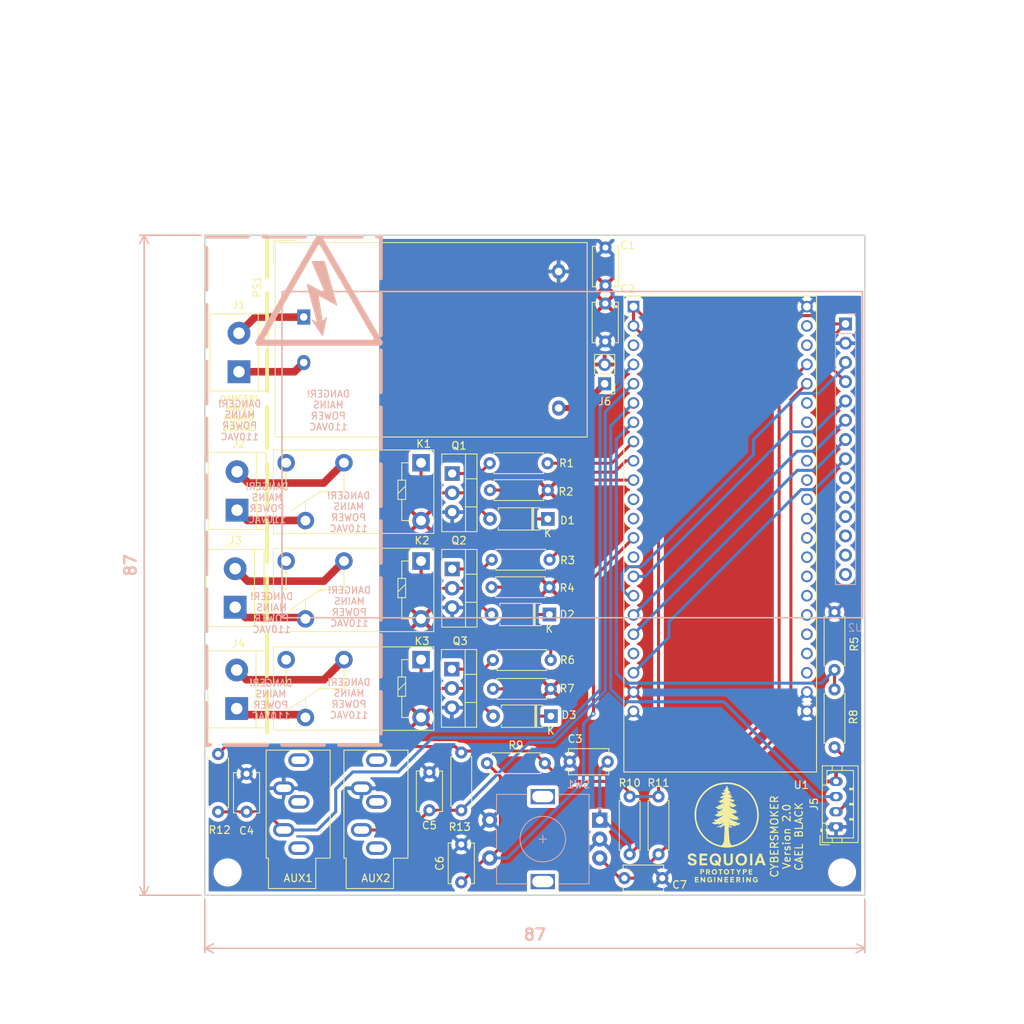
<source format=kicad_pcb>
(kicad_pcb (version 20241229) (generator "pcbnew") (generator_version "9.0")
  (layers (0 "F.Cu" signal) (2 "B.Cu" signal) (13 "F.Paste" user) (15 "B.Paste" user) (5 "F.SilkS" user "F.Silkscreen") (7 "B.SilkS" user "B.Silkscreen") (1 "F.Mask" user) (3 "B.Mask" user) (25 "Edge.Cuts" user))
  (net 0 "")
  (net 1 "GND")
  (net 4 "/adc_meat")
  (net 6 "/adc_ambient")
  (net 10 "+5V")
  (net 11 "/rot_encoder_A")
  (net 12 "/rot_encoder_B")
  (net 13 "/rot_encoder_SW")
  (net 14 "Net-(D3-A)")
  (net 15 "Net-(D1-A)")
  (net 16 "Net-(D2-A)")
  (net 17 "/TRIG")
  (net 18 "Net-(J5-Pin_2)")
  (net 20 "Net-(D1-K)")
  (net 22 "Net-(D2-K)")
  (net 24 "Net-(D3-K)")
  (net 25 "Net-(Q1-G)")
  (net 26 "Net-(Q2-G)")
  (net 27 "Net-(Q3-G)")
  (net 28 "/relay_ctrl_1")
  (net 29 "/relay_ctrl_2")
  (net 30 "/relay_ctrl_3")
  (net 31 "+3.3V")
  (net 32 "/ECHO")
  (net 37 "/LCD_SCK")
  (net 38 "/LCD_CS")
  (net 48 "/LCD_BACKLIGHT")
  (net 49 "/LCD_DC")
  (net 55 "/LCD_MOSI")
  (net 66 "/HV_R1_L")
  (net 67 "/HV_R1_N")
  (net 68 "/HV_R2_L")
  (net 69 "/HV_R2_N")
  (net 70 "/HV_R3_N")
  (net 71 "/HV_R3_L")
  (net 72 "/HV_N")
  (net 73 "/HV_L")
  (net 74 "Net-(J6-Pin_1)")
  (footprint "Capacitor_THT:C_Disc_D5.1mm_W3.2mm_P5.00mm" (layer "F.Cu") (at 109.1 131.4 180)
    (property "Reference" "C3" (at 4.3 3 0) (layer "F.SilkS"))
    (property "Value" "0.1uF")
    (pad "1" thru_hole circle (at 0 0 180) (size 1.6 1.6) (drill 0.8) (layers "*.Cu" "*.Mask") (net 11 "/rot_encoder_A"))
    (pad "2" thru_hole circle (at 5 0 180) (size 1.6 1.6) (drill 0.8) (layers "*.Cu" "*.Mask") (net 1 "GND"))
  )
  (footprint "LOGOS_footprints:spe_logo_1" (layer "F.Cu") (at 124.79 140.54)
    (property "Reference" "G***" (hide yes))
    (property "Value" "LOGO" (hide yes))
  )
  (footprint "Diode_THT:D_A-405_P7.62mm_Horizontal" (layer "F.Cu") (at 101.21 99.4 180)
    (property "Reference" "D1" (at -2.59 -0.2 0) (layer "F.SilkS"))
    (property "Value" "1N4001")
    (fp_text user "K" (at 0 -1.9 0) (layer "F.SilkS"))
    (pad "1" thru_hole rect (at 0 0 180) (size 1.8 1.8) (drill 0.9) (layers "*.Cu" "*.Mask") (net 20 "Net-(D1-K)"))
    (pad "2" thru_hole oval (at 7.62 0 180) (size 1.8 1.8) (drill 0.9) (layers "*.Cu" "*.Mask") (net 15 "Net-(D1-A)"))
  )
  (footprint "TerminalBlock:TerminalBlock_bornier-2_P5.08mm" (layer "F.Cu") (at 60.5 80 90)
    (property "Reference" "J1" (at 8.8 0 180) (layer "F.SilkS"))
    (property "Value" "Screw_Terminal_01x02")
    (pad "1" thru_hole rect (at 0 0 90) (size 3 3) (drill 1.52) (layers "*.Cu" "*.Mask") (net 72 "/HV_N"))
    (pad "2" thru_hole circle (at 5.08 0 90) (size 3 3) (drill 1.52) (layers "*.Cu" "*.Mask") (net 73 "/HV_L"))
  )
  (footprint "Relay_THT:Relay_SPDT_Omron-G5Q-1" (layer "F.Cu") (at 84.5 92 180)
    (property "Reference" "K1" (at -0.34 2.5 0) (layer "F.SilkS"))
    (property "Value" "G5Q-1")
    (pad "1" thru_hole rect (at 0 0) (size 2.3 2.3) (drill 1.3) (layers "*.Cu" "*.Mask") (net 15 "Net-(D1-A)"))
    (pad "2" thru_hole circle (at 10.16 0) (size 2.3 2.3) (drill 1.3) (layers "*.Cu" "*.Mask") (net 67 "/HV_R1_N"))
    (pad "3" thru_hole circle (at 17.78 0) (size 2.3 2.3) (drill 1.3) (layers "*.Cu" "*.Mask"))
    (pad "4" thru_hole circle (at 15.24 -7.62) (size 2.3 2.3) (drill 1.3) (layers "*.Cu" "*.Mask") (net 66 "/HV_R1_L"))
    (pad "5" thru_hole circle (at 0 -7.62) (size 2.3 2.3) (drill 1.3) (layers "*.Cu" "*.Mask") (net 10 "+5V"))
  )
  (footprint "TerminalBlock:TerminalBlock_bornier-2_P5.08mm" (layer "F.Cu") (at 60 111.04 90)
    (property "Reference" "J3" (at 8.79 0 180) (layer "F.SilkS"))
    (property "Value" "Screw_Terminal_01x02")
    (pad "1" thru_hole rect (at 0 0 90) (size 3 3) (drill 1.52) (layers "*.Cu" "*.Mask") (net 68 "/HV_R2_L"))
    (pad "2" thru_hole circle (at 5.08 0 90) (size 3 3) (drill 1.52) (layers "*.Cu" "*.Mask") (net 69 "/HV_R2_N"))
  )
  (footprint "Package_TO_SOT_THT:TO-220-3_Vertical" (layer "F.Cu") (at 88.6 106 -90)
    (property "Reference" "Q2" (at -3.75 -0.9 180) (layer "F.SilkS"))
    (property "Value" "IRF540N")
    (pad "1" thru_hole rect (at 0 0 270) (size 1.905 2) (drill 1.1) (layers "*.Cu" "*.Mask") (net 26 "Net-(Q2-G)"))
    (pad "2" thru_hole oval (at 2.54 0 270) (size 1.905 2) (drill 1.1) (layers "*.Cu" "*.Mask") (net 16 "Net-(D2-A)"))
    (pad "3" thru_hole oval (at 5.08 0 270) (size 1.905 2) (drill 1.1) (layers "*.Cu" "*.Mask") (net 1 "GND"))
  )
  (footprint "Relay_THT:Relay_SPDT_Omron-G5Q-1" (layer "F.Cu") (at 84.5 104.95 180)
    (property "Reference" "K2" (at -0.125 2.7 0) (layer "F.SilkS"))
    (property "Value" "G5Q-1")
    (pad "1" thru_hole rect (at 0 0) (size 2.3 2.3) (drill 1.3) (layers "*.Cu" "*.Mask") (net 16 "Net-(D2-A)"))
    (pad "2" thru_hole circle (at 10.16 0) (size 2.3 2.3) (drill 1.3) (layers "*.Cu" "*.Mask") (net 69 "/HV_R2_N"))
    (pad "3" thru_hole circle (at 17.78 0) (size 2.3 2.3) (drill 1.3) (layers "*.Cu" "*.Mask"))
    (pad "4" thru_hole circle (at 15.24 -7.62) (size 2.3 2.3) (drill 1.3) (layers "*.Cu" "*.Mask") (net 68 "/HV_R2_L"))
    (pad "5" thru_hole circle (at 0 -7.62) (size 2.3 2.3) (drill 1.3) (layers "*.Cu" "*.Mask") (net 10 "+5V"))
  )
  (footprint "Connector_Audio:Jack_3.5mm_CUI_SJ1-3535NG_Horizontal" (layer "F.Cu") (at 68.4 142.8 180)
    (property "Reference" "AUX1" (at 0.1 -3.95 0) (layer "F.SilkS"))
    (property "Value" "~")
    (pad "R" thru_hole oval (at 2 7.9 180) (size 2.8 1.8) (drill oval 2 1) (layers "*.Cu" "*.Mask") (net 1 "GND"))
    (pad "RN" thru_hole oval (at 0 6.1 180) (size 2.8 1.8) (drill oval 2 1) (layers "*.Cu" "*.Mask"))
    (pad "S" thru_hole oval (at 0 0 180) (size 2.8 1.8) (drill oval 2 1) (layers "*.Cu" "*.Mask"))
    (pad "T" thru_hole oval (at 2 2.4 180) (size 2.8 1.8) (drill oval 2 1) (layers "*.Cu" "*.Mask") (net 6 "/adc_ambient"))
    (pad "TN" thru_hole oval (at 0 11.6 180) (size 2.8 1.8) (drill oval 2 1) (layers "*.Cu" "*.Mask"))
  )
  (footprint "Resistor_THT:R_Axial_DIN0207_L6.3mm_D2.5mm_P7.62mm_Horizontal" (layer "F.Cu") (at 89.8 137.81 90)
    (property "Reference" "R13" (at -2.19 -0.2 180) (layer "F.SilkS"))
    (property "Value" "1.5k")
    (pad "1" thru_hole circle (at 0 0 90) (size 1.6 1.6) (drill 0.8) (layers "*.Cu" "*.Mask") (net 4 "/adc_meat"))
    (pad "2" thru_hole oval (at 7.62 0 90) (size 1.6 1.6) (drill 0.8) (layers "*.Cu" "*.Mask") (net 31 "+3.3V"))
  )
  (footprint "TerminalBlock:TerminalBlock_bornier-2_P5.08mm" (layer "F.Cu") (at 60.2 124.4 90)
    (property "Reference" "J4" (at 8.54 0.25 180) (layer "F.SilkS"))
    (property "Value" "Screw_Terminal_01x02")
    (pad "1" thru_hole rect (at 0 0 90) (size 3 3) (drill 1.52) (layers "*.Cu" "*.Mask") (net 71 "/HV_R3_L"))
    (pad "2" thru_hole circle (at 5.08 0 90) (size 3 3) (drill 1.52) (layers "*.Cu" "*.Mask") (net 70 "/HV_R3_N"))
  )
  (footprint "Resistor_THT:R_Axial_DIN0207_L6.3mm_D2.5mm_P7.62mm_Horizontal" (layer "F.Cu") (at 101.44 104.78 180)
    (property "Reference" "R3" (at -2.38 -0.08 0) (layer "F.SilkS"))
    (property "Value" "330")
    (pad "1" thru_hole circle (at 0 0 180) (size 1.6 1.6) (drill 0.8) (layers "*.Cu" "*.Mask") (net 29 "/relay_ctrl_2"))
    (pad "2" thru_hole oval (at 7.62 0 180) (size 1.6 1.6) (drill 0.8) (layers "*.Cu" "*.Mask") (net 26 "Net-(Q2-G)"))
  )
  (footprint "Package_TO_SOT_THT:TO-220-3_Vertical" (layer "F.Cu") (at 88.6 93.42 -90)
    (property "Reference" "Q1" (at -3.67 -0.9 180) (layer "F.SilkS"))
    (property "Value" "IRF540N")
    (pad "1" thru_hole rect (at 0 0 270) (size 1.905 2) (drill 1.1) (layers "*.Cu" "*.Mask") (net 25 "Net-(Q1-G)"))
    (pad "2" thru_hole oval (at 2.54 0 270) (size 1.905 2) (drill 1.1) (layers "*.Cu" "*.Mask") (net 15 "Net-(D1-A)"))
    (pad "3" thru_hole oval (at 5.08 0 270) (size 1.905 2) (drill 1.1) (layers "*.Cu" "*.Mask") (net 1 "GND"))
  )
  (footprint "Resistor_THT:R_Axial_DIN0207_L6.3mm_D2.5mm_P7.62mm_Horizontal" (layer "F.Cu") (at 112 135.99 -90)
    (property "Reference" "R10" (at -1.79 0 180) (layer "F.SilkS"))
    (property "Value" "10k")
    (pad "1" thru_hole circle (at 0 0 270) (size 1.6 1.6) (drill 0.8) (layers "*.Cu" "*.Mask") (net 31 "+3.3V"))
    (pad "2" thru_hole oval (at 7.62 0 270) (size 1.6 1.6) (drill 0.8) (layers "*.Cu" "*.Mask") (net 11 "/rot_encoder_A"))
  )
  (footprint "Resistor_THT:R_Axial_DIN0207_L6.3mm_D2.5mm_P7.62mm_Horizontal" (layer "F.Cu") (at 101.41 108.4 180)
    (property "Reference" "R4" (at -2.34 -0.1 0) (layer "F.SilkS"))
    (property "Value" "10k")
    (pad "1" thru_hole circle (at 0 0 180) (size 1.6 1.6) (drill 0.8) (layers "*.Cu" "*.Mask") (net 10 "+5V"))
    (pad "2" thru_hole oval (at 7.62 0 180) (size 1.6 1.6) (drill 0.8) (layers "*.Cu" "*.Mask") (net 22 "Net-(D2-K)"))
  )
  (footprint "MountingHole:MountingHole_3.2mm_M3_DIN965" (layer "F.Cu") (at 59 146)
    (property "Reference" "REF**" (hide yes))
    (property "Value" "MountingHole_3.2mm_M3_DIN965" (hide yes))
    (pad "" np_thru_hole circle (at 0 0) (size 3.2 3.2) (drill 3.2) (layers "*.Cu" "*.Mask"))
  )
  (footprint "MountingHole:MountingHole_3.2mm_M3_DIN965" (layer "F.Cu") (at 59 65)
    (property "Reference" "REF**" (hide yes))
    (property "Value" "MountingHole_3.2mm_M3_DIN965" (hide yes))
    (pad "" np_thru_hole circle (at 0 0) (size 3.2 3.2) (drill 3.2) (layers "*.Cu" "*.Mask"))
  )
  (footprint "Connector_PinHeader_2.54mm:PinHeader_1x02_P2.54mm_Vertical" (layer "F.Cu") (at 108.7 81.585 180)
    (property "Reference" "J6" (at 0 -2.33 0) (layer "F.SilkS"))
    (property "Value" "Conn_01x02_Socket")
    (pad "1" thru_hole rect (at 0 0 180) (size 1.7 1.7) (drill 1) (layers "*.Cu" "*.Mask") (net 74 "Net-(J6-Pin_1)"))
    (pad "2" thru_hole oval (at 0 2.54 180) (size 1.7 1.7) (drill 1) (layers "*.Cu" "*.Mask") (net 10 "+5V"))
  )
  (footprint "Capacitor_THT:C_Disc_D5.1mm_W3.2mm_P5.00mm" (layer "F.Cu") (at 61.5 138 90)
    (property "Reference" "C4" (at -2.5 0 180) (layer "F.SilkS"))
    (property "Value" "0.1uF")
    (pad "1" thru_hole circle (at 0 0 90) (size 1.6 1.6) (drill 0.8) (layers "*.Cu" "*.Mask") (net 6 "/adc_ambient"))
    (pad "2" thru_hole circle (at 5 0 90) (size 1.6 1.6) (drill 0.8) (layers "*.Cu" "*.Mask") (net 1 "GND"))
  )
  (footprint "Package_TO_SOT_THT:TO-220-3_Vertical" (layer "F.Cu") (at 88.555 119.2 -90)
    (property "Reference" "Q3" (at -3.7 -1.1 180) (layer "F.SilkS"))
    (property "Value" "IRF540N")
    (pad "1" thru_hole rect (at 0 0 270) (size 1.905 2) (drill 1.1) (layers "*.Cu" "*.Mask") (net 27 "Net-(Q3-G)"))
    (pad "2" thru_hole oval (at 2.54 0 270) (size 1.905 2) (drill 1.1) (layers "*.Cu" "*.Mask") (net 14 "Net-(D3-A)"))
    (pad "3" thru_hole oval (at 5.08 0 270) (size 1.905 2) (drill 1.1) (layers "*.Cu" "*.Mask") (net 1 "GND"))
  )
  (footprint "Resistor_THT:R_Axial_DIN0207_L6.3mm_D2.5mm_P7.62mm_Horizontal" (layer "F.Cu") (at 93.19 131.6)
    (property "Reference" "R9" (at 3.81 -2.37 0) (layer "F.SilkS"))
    (property "Value" "10k")
    (pad "1" thru_hole circle (at 0 0) (size 1.6 1.6) (drill 0.8) (layers "*.Cu" "*.Mask") (net 13 "/rot_encoder_SW"))
    (pad "2" thru_hole oval (at 7.62 0) (size 1.6 1.6) (drill 0.8) (layers "*.Cu" "*.Mask") (net 31 "+3.3V"))
  )
  (footprint "Connector_Audio:Jack_3.5mm_CUI_SJ1-3535NG_Horizontal" (layer "F.Cu") (at 78.65 142.8 180)
    (property "Reference" "AUX2" (at 0.1 -3.95 0) (layer "F.SilkS"))
    (property "Value" "~")
    (pad "R" thru_hole oval (at 2 7.9 180) (size 2.8 1.8) (drill oval 2 1) (layers "*.Cu" "*.Mask") (net 1 "GND"))
    (pad "RN" thru_hole oval (at 0 6.1 180) (size 2.8 1.8) (drill oval 2 1) (layers "*.Cu" "*.Mask"))
    (pad "S" thru_hole oval (at 0 0 180) (size 2.8 1.8) (drill oval 2 1) (layers "*.Cu" "*.Mask"))
    (pad "T" thru_hole oval (at 2 2.4 180) (size 2.8 1.8) (drill oval 2 1) (layers "*.Cu" "*.Mask") (net 4 "/adc_meat"))
    (pad "TN" thru_hole oval (at 0 11.6 180) (size 2.8 1.8) (drill oval 2 1) (layers "*.Cu" "*.Mask"))
  )
  (footprint "TerminalBlock:TerminalBlock_bornier-2_P5.08mm" (layer "F.Cu") (at 60.25 98.25 90)
    (property "Reference" "J2" (at 8.75 0.25 180) (layer "F.SilkS"))
    (property "Value" "Screw_Terminal_01x02")
    (pad "1" thru_hole rect (at 0 0 90) (size 3 3) (drill 1.52) (layers "*.Cu" "*.Mask") (net 66 "/HV_R1_L"))
    (pad "2" thru_hole circle (at 5.08 0 90) (size 3 3) (drill 1.52) (layers "*.Cu" "*.Mask") (net 67 "/HV_R1_N"))
  )
  (footprint "Capacitor_THT:C_Disc_D5.1mm_W3.2mm_P5.00mm" (layer "F.Cu") (at 111.3 146.75)
    (property "Reference" "C7" (at 7.275 0.875 0) (layer "F.SilkS"))
    (property "Value" "0.1uF")
    (pad "1" thru_hole circle (at 0 0) (size 1.6 1.6) (drill 0.8) (layers "*.Cu" "*.Mask") (net 12 "/rot_encoder_B"))
    (pad "2" thru_hole circle (at 5 0) (size 1.6 1.6) (drill 0.8) (layers "*.Cu" "*.Mask") (net 1 "GND"))
  )
  (footprint "Resistor_THT:R_Axial_DIN0207_L6.3mm_D2.5mm_P7.62mm_Horizontal" (layer "F.Cu") (at 139 111.69 -90)
    (property "Reference" "R5" (at 4.21 -2.6 90) (layer "F.SilkS"))
    (property "Value" "2k")
    (pad "1" thru_hole circle (at 0 0 270) (size 1.6 1.6) (drill 0.8) (layers "*.Cu" "*.Mask") (net 1 "GND"))
    (pad "2" thru_hole oval (at 7.62 0 270) (size 1.6 1.6) (drill 0.8) (layers "*.Cu" "*.Mask") (net 32 "/ECHO"))
  )
  (footprint "Capacitor_THT:C_Disc_D5.1mm_W3.2mm_P5.00mm" (layer "F.Cu") (at 89.8 147.3 90)
    (property "Reference" "C6" (at 2.5 -2.85 90) (layer "F.SilkS"))
    (property "Value" "0.1uF")
    (pad "1" thru_hole circle (at 0 0 90) (size 1.6 1.6) (drill 0.8) (layers "*.Cu" "*.Mask") (net 13 "/rot_encoder_SW"))
    (pad "2" thru_hole circle (at 5 0 90) (size 1.6 1.6) (drill 0.8) (layers "*.Cu" "*.Mask") (net 1 "GND"))
  )
  (footprint "Capacitor_THT:C_Disc_D5.1mm_W3.2mm_P5.00mm" (layer "F.Cu") (at 108.78 71.01 -90)
    (property "Reference" "C2" (at -1.92 -2.96 180) (layer "F.SilkS"))
    (property "Value" "10uF")
    (pad "1" thru_hole circle (at 0 0 270) (size 1.6 1.6) (drill 0.8) (layers "*.Cu" "*.Mask") (net 10 "+5V"))
    (pad "2" thru_hole circle (at 5 0 270) (size 1.6 1.6) (drill 0.8) (layers "*.Cu" "*.Mask") (net 1 "GND"))
  )
  (footprint "Resistor_THT:R_Axial_DIN0207_L6.3mm_D2.5mm_P7.62mm_Horizontal" (layer "F.Cu") (at 101.17 92.06 180)
    (property "Reference" "R1" (at -2.51 0 0) (layer "F.SilkS"))
    (property "Value" "330")
    (pad "1" thru_hole circle (at 0 0 180) (size 1.6 1.6) (drill 0.8) (layers "*.Cu" "*.Mask") (net 28 "/relay_ctrl_1"))
    (pad "2" thru_hole oval (at 7.62 0 180) (size 1.6 1.6) (drill 0.8) (layers "*.Cu" "*.Mask") (net 25 "Net-(Q1-G)"))
  )
  (footprint "Diode_THT:D_A-405_P7.62mm_Horizontal" (layer "F.Cu") (at 101.61 125.4 180)
    (property "Reference" "D3" (at -2.39 0.15 0) (layer "F.SilkS"))
    (property "Value" "1N4001")
    (fp_text user "K" (at 0 -1.9 0) (layer "F.SilkS"))
    (pad "1" thru_hole rect (at 0 0 180) (size 1.8 1.8) (drill 0.9) (layers "*.Cu" "*.Mask") (net 24 "Net-(D3-K)"))
    (pad "2" thru_hole oval (at 7.62 0 180) (size 1.8 1.8) (drill 0.9) (layers "*.Cu" "*.Mask") (net 14 "Net-(D3-A)"))
  )
  (footprint "MountingHole:MountingHole_3.2mm_M3_DIN965" (layer "F.Cu") (at 140 146)
    (property "Reference" "REF**" (hide yes))
    (property "Value" "MountingHole_3.2mm_M3_DIN965" (hide yes))
    (pad "" np_thru_hole circle (at 0 0) (size 3.2 3.2) (drill 3.2) (layers "*.Cu" "*.Mask"))
  )
  (footprint "Relay_THT:Relay_SPDT_Omron-G5Q-1" (layer "F.Cu") (at 84.5 117.95 180)
    (property "Reference" "K3" (at -0.125 2.45 0) (layer "F.SilkS"))
    (property "Value" "G5Q-1")
    (pad "1" thru_hole rect (at 0 0) (size 2.3 2.3) (drill 1.3) (layers "*.Cu" "*.Mask") (net 14 "Net-(D3-A)"))
    (pad "2" thru_hole circle (at 10.16 0) (size 2.3 2.3) (drill 1.3) (layers "*.Cu" "*.Mask") (net 70 "/HV_R3_N"))
    (pad "3" thru_hole circle (at 17.78 0) (size 2.3 2.3) (drill 1.3) (layers "*.Cu" "*.Mask"))
    (pad "4" thru_hole circle (at 15.24 -7.62) (size 2.3 2.3) (drill 1.3) (layers "*.Cu" "*.Mask") (net 71 "/HV_R3_L"))
    (pad "5" thru_hole circle (at 0 -7.62) (size 2.3 2.3) (drill 1.3) (layers "*.Cu" "*.Mask") (net 10 "+5V"))
  )
  (footprint "Resistor_THT:R_Axial_DIN0207_L6.3mm_D2.5mm_P7.62mm_Horizontal" (layer "F.Cu") (at 115.8 135.99 -90)
    (property "Reference" "R11" (at -1.79 0 180) (layer "F.SilkS"))
    (property "Value" "10k")
    (pad "1" thru_hole circle (at 0 0 270) (size 1.6 1.6) (drill 0.8) (layers "*.Cu" "*.Mask") (net 31 "+3.3V"))
    (pad "2" thru_hole oval (at 7.62 0 270) (size 1.6 1.6) (drill 0.8) (layers "*.Cu" "*.Mask") (net 12 "/rot_encoder_B"))
  )
  (footprint "Converter_ACDC:Converter_ACDC_Hi-Link_HLK-5Mxx" (layer "F.Cu") (at 69.0375 72.7875)
    (property "Reference" "PS1" (at -6.1375 -3.9875 90) (layer "F.SilkS"))
    (property "Value" "HLK-5M05")
    (pad "1" thru_hole rect (at 0 0) (size 1.7 2) (drill 1) (layers "*.Cu" "*.Mask") (net 73 "/HV_L"))
    (pad "2" thru_hole oval (at 0 6) (size 1.7 2) (drill 1) (layers "*.Cu" "*.Mask") (net 72 "/HV_N"))
    (pad "3" thru_hole oval (at 33.6 -6) (size 1.7 2) (drill 1) (layers "*.Cu" "*.Mask") (net 1 "GND"))
    (pad "4" thru_hole oval (at 33.6 12) (size 1.7 2) (drill 1) (layers "*.Cu" "*.Mask") (net 74 "Net-(J6-Pin_1)"))
  )
  (footprint "MountingHole:MountingHole_3.2mm_M3_DIN965" (layer "F.Cu") (at 140 65)
    (property "Reference" "REF**" (hide yes))
    (property "Value" "MountingHole_3.2mm_M3_DIN965" (hide yes))
    (pad "" np_thru_hole circle (at 0 0) (size 3.2 3.2) (drill 3.2) (layers "*.Cu" "*.Mask"))
  )
  (footprint "Resistor_THT:R_Axial_DIN0207_L6.3mm_D2.5mm_P7.62mm_Horizontal" (layer "F.Cu") (at 101.21 95.6 180)
    (property "Reference" "R2" (at -2.39 -0.2 0) (layer "F.SilkS"))
    (property "Value" "10k")
    (pad "1" thru_hole circle (at 0 0 180) (size 1.6 1.6) (drill 0.8) (layers "*.Cu" "*.Mask") (net 10 "+5V"))
    (pad "2" thru_hole oval (at 7.62 0 180) (size 1.6 1.6) (drill 0.8) (layers "*.Cu" "*.Mask") (net 20 "Net-(D1-K)"))
  )
  (footprint "Capacitor_THT:C_Disc_D5.1mm_W3.2mm_P5.00mm" (layer "F.Cu") (at 85.6 137.8 90)
    (property "Reference" "C5" (at -2 0 180) (layer "F.SilkS"))
    (property "Value" "0.1uF")
    (pad "1" thru_hole circle (at 0 0 90) (size 1.6 1.6) (drill 0.8) (layers "*.Cu" "*.Mask") (net 4 "/adc_meat"))
    (pad "2" thru_hole circle (at 5 0 90) (size 1.6 1.6) (drill 0.8) (layers "*.Cu" "*.Mask") (net 1 "GND"))
  )
  (footprint "Connector_JST:JST_PH_B4B-PH-K_1x04_P2.00mm_Vertical" (layer "F.Cu") (at 139.2 140 90)
    (property "Reference" "J5" (at 3 -2.9 90) (layer "F.SilkS"))
    (property "Value" "Conn_01x04_Pin")
    (pad "1" thru_hole roundrect (at 0 0 90) (size 1.2 1.75) (drill 0.75) (layers "*.Cu" "*.Mask") (roundrect_rratio 0.208333) (net 1 "GND"))
    (pad "2" thru_hole oval (at 2 0 90) (size 1.2 1.75) (drill 0.75) (layers "*.Cu" "*.Mask") (net 18 "Net-(J5-Pin_2)"))
    (pad "3" thru_hole oval (at 4 0 90) (size 1.2 1.75) (drill 0.75) (layers "*.Cu" "*.Mask") (net 17 "/TRIG"))
    (pad "4" thru_hole oval (at 6 0 90) (size 1.2 1.75) (drill 0.75) (layers "*.Cu" "*.Mask") (net 10 "+5V"))
  )
  (footprint "Diode_THT:D_A-405_P7.62mm_Horizontal" (layer "F.Cu") (at 101.41 112 180)
    (property "Reference" "D2" (at -2.34 0 0) (layer "F.SilkS"))
    (property "Value" "1N4001")
    (fp_text user "K" (at 0 -1.9 0) (layer "F.SilkS"))
    (pad "1" thru_hole rect (at 0 0 180) (size 1.8 1.8) (drill 0.9) (layers "*.Cu" "*.Mask") (net 22 "Net-(D2-K)"))
    (pad "2" thru_hole oval (at 7.62 0 180) (size 1.8 1.8) (drill 0.9) (layers "*.Cu" "*.Mask") (net 16 "Net-(D2-A)"))
  )
  (footprint "Resistor_THT:R_Axial_DIN0207_L6.3mm_D2.5mm_P7.62mm_Horizontal" (layer "F.Cu") (at 57.75 138.01 90)
    (property "Reference" "R12" (at -2.39 0.2 180) (layer "F.SilkS"))
    (property "Value" "1.5k")
    (pad "1" thru_hole circle (at 0 0 90) (size 1.6 1.6) (drill 0.8) (layers "*.Cu" "*.Mask") (net 6 "/adc_ambient"))
    (pad "2" thru_hole oval (at 7.62 0 90) (size 1.6 1.6) (drill 0.8) (layers "*.Cu" "*.Mask") (net 31 "+3.3V"))
  )
  (footprint "Capacitor_THT:C_Disc_D5.1mm_W3.2mm_P5.00mm" (layer "F.Cu") (at 108.81 68.63 90)
    (property "Reference" "C1" (at 5.3 2.93 180) (layer "F.SilkS"))
    (property "Value" "0.1uF")
    (pad "1" thru_hole circle (at -2.38 -0.03 270) (size 1.6 1.6) (drill 0.8) (layers "*.Cu" "*.Mask") (net 10 "+5V"))
    (pad "1" thru_hole circle (at 0 0 90) (size 1.6 1.6) (drill 0.8) (layers "*.Cu" "*.Mask") (net 10 "+5V"))
    (pad "2" thru_hole circle (at 5 0 90) (size 1.6 1.6) (drill 0.8) (layers "*.Cu" "*.Mask") (net 1 "GND"))
  )
  (footprint "Resistor_THT:R_Axial_DIN0207_L6.3mm_D2.5mm_P7.62mm_Horizontal" (layer "F.Cu") (at 101.59 118 180)
    (property "Reference" "R6" (at -2.21 0 0) (layer "F.SilkS"))
    (property "Value" "330")
    (pad "1" thru_hole circle (at 0 0 180) (size 1.6 1.6) (drill 0.8) (layers "*.Cu" "*.Mask") (net 30 "/relay_ctrl_3"))
    (pad "2" thru_hole oval (at 7.62 0 180) (size 1.6 1.6) (drill 0.8) (layers "*.Cu" "*.Mask") (net 27 "Net-(Q3-G)"))
  )
  (footprint "Resistor_THT:R_Axial_DIN0207_L6.3mm_D2.5mm_P7.62mm_Horizontal" (layer "F.Cu") (at 101.6 121.8 180)
    (property "Reference" "R7" (at -2.15 0.05 0) (layer "F.SilkS"))
    (property "Value" "10k")
    (pad "1" thru_hole circle (at 0 0 180) (size 1.6 1.6) (drill 0.8) (layers "*.Cu" "*.Mask") (net 10 "+5V"))
    (pad "2" thru_hole oval (at 7.62 0 180) (size 1.6 1.6) (drill 0.8) (layers "*.Cu" "*.Mask") (net 24 "Net-(D3-K)"))
  )
  (footprint "Resistor_THT:R_Axial_DIN0207_L6.3mm_D2.5mm_P7.62mm_Horizontal" (layer "F.Cu") (at 139 129.5 90)
    (property "Reference" "R8" (at 4 2.5 90) (layer "F.SilkS"))
    (property "Value" "1k")
    (pad "1" thru_hole circle (at 0 0 90) (size 1.6 1.6) (drill 0.8) (layers "*.Cu" "*.Mask") (net 18 "Net-(J5-Pin_2)"))
    (pad "2" thru_hole oval (at 7.62 0 90) (size 1.6 1.6) (drill 0.8) (layers "*.Cu" "*.Mask") (net 32 "/ECHO"))
  )
  (footprint "CyberSmokerV2_lib_footprints:XCVR_ESP32-S3-DEVKITC-1-N8R2" (layer "F.Cu") (at 123.93 101.39)
    (property "Reference" "U1" (at 10.695 33.085 0) (layer "F.SilkS"))
    (property "Value" "ESP32-S3-DEVKITC-1-N8R2")
    (pad "J1_1" thru_hole rect (at -11.43 -29.97) (size 1.53 1.53) (drill 1.02) (layers "*.Cu" "*.Mask") (net 31 "+3.3V"))
    (pad "J1_2" thru_hole circle (at -11.43 -27.43) (size 1.53 1.53) (drill 1.02) (layers "*.Cu" "*.Mask") (net 31 "+3.3V"))
    (pad "J1_3" thru_hole circle (at -11.43 -24.89) (size 1.53 1.53) (drill 1.02) (layers "*.Cu" "*.Mask"))
    (pad "J1_4" thru_hole circle (at -11.43 -22.35) (size 1.53 1.53) (drill 1.02) (layers "*.Cu" "*.Mask") (net 6 "/adc_ambient"))
    (pad "J1_5" thru_hole circle (at -11.43 -19.81) (size 1.53 1.53) (drill 1.02) (layers "*.Cu" "*.Mask") (net 4 "/adc_meat"))
    (pad "J1_6" thru_hole circle (at -11.43 -17.27) (size 1.53 1.53) (drill 1.02) (layers "*.Cu" "*.Mask") (net 17 "/TRIG"))
    (pad "J1_7" thru_hole circle (at -11.43 -14.73) (size 1.53 1.53) (drill 1.02) (layers "*.Cu" "*.Mask") (net 32 "/ECHO"))
    (pad "J1_8" thru_hole circle (at -11.43 -12.19) (size 1.53 1.53) (drill 1.02) (layers "*.Cu" "*.Mask") (net 28 "/relay_ctrl_1"))
    (pad "J1_9" thru_hole circle (at -11.43 -9.65) (size 1.53 1.53) (drill 1.02) (layers "*.Cu" "*.Mask") (net 29 "/relay_ctrl_2"))
    (pad "J1_10" thru_hole circle (at -11.43 -7.11) (size 1.53 1.53) (drill 1.02) (layers "*.Cu" "*.Mask") (net 30 "/relay_ctrl_3"))
    (pad "J1_11" thru_hole circle (at -11.43 -4.57) (size 1.53 1.53) (drill 1.02) (layers "*.Cu" "*.Mask"))
    (pad "J1_12" thru_hole circle (at -11.43 -2.03) (size 1.53 1.53) (drill 1.02) (layers "*.Cu" "*.Mask"))
    (pad "J1_13" thru_hole circle (at -11.43 0.51) (size 1.53 1.53) (drill 1.02) (layers "*.Cu" "*.Mask") (net 13 "/rot_encoder_SW"))
    (pad "J1_14" thru_hole circle (at -11.43 3.05) (size 1.53 1.53) (drill 1.02) (layers "*.Cu" "*.Mask"))
    (pad "J1_15" thru_hole circle (at -11.43 5.59) (size 1.53 1.53) (drill 1.02) (layers "*.Cu" "*.Mask") (net 49 "/LCD_DC"))
    (pad "J1_16" thru_hole circle (at -11.43 8.13) (size 1.53 1.53) (drill 1.02) (layers "*.Cu" "*.Mask") (net 38 "/LCD_CS"))
    (pad "J1_17" thru_hole circle (at -11.43 10.67) (size 1.53 1.53) (drill 1.02) (layers "*.Cu" "*.Mask") (net 55 "/LCD_MOSI"))
    (pad "J1_18" thru_hole circle (at -11.43 13.21) (size 1.53 1.53) (drill 1.02) (layers "*.Cu" "*.Mask") (net 37 "/LCD_SCK"))
    (pad "J1_19" thru_hole circle (at -11.43 15.75) (size 1.53 1.53) (drill 1.02) (layers "*.Cu" "*.Mask"))
    (pad "J1_20" thru_hole circle (at -11.43 18.29) (size 1.53 1.53) (drill 1.02) (layers "*.Cu" "*.Mask") (net 48 "/LCD_BACKLIGHT"))
    (pad "J1_21" thru_hole circle (at -11.43 20.83) (size 1.53 1.53) (drill 1.02) (layers "*.Cu" "*.Mask") (net 10 "+5V"))
    (pad "J1_22" thru_hole circle (at -11.43 23.37) (size 1.53 1.53) (drill 1.02) (layers "*.Cu" "*.Mask") (net 1 "GND"))
    (pad "J3_1" thru_hole circle (at 11.43 -29.97) (size 1.53 1.53) (drill 1.02) (layers "*.Cu" "*.Mask") (net 1 "GND"))
    (pad "J3_2" thru_hole circle (at 11.43 -27.43) (size 1.53 1.53) (drill 1.02) (layers "*.Cu" "*.Mask"))
    (pad "J3_3" thru_hole circle (at 11.43 -24.89) (size 1.53 1.53) (drill 1.02) (layers "*.Cu" "*.Mask"))
    (pad "J3_4" thru_hole circle (at 11.43 -22.35) (size 1.53 1.53) (drill 1.02) (layers "*.Cu" "*.Mask") (net 11 "/rot_encoder_A"))
    (pad "J3_5" thru_hole circle (at 11.43 -19.81) (size 1.53 1.53) (drill 1.02) (layers "*.Cu" "*.Mask") (net 12 "/rot_encoder_B"))
    (pad "J3_6" thru_hole circle (at 11.43 -17.27) (size 1.53 1.53) (drill 1.02) (layers "*.Cu" "*.Mask"))
    (pad "J3_7" thru_hole circle (at 11.43 -14.73) (size 1.53 1.53) (drill 1.02) (layers "*.Cu" "*.Mask"))
    (pad "J3_8" thru_hole circle (at 11.43 -12.19) (size 1.53 1.53) (drill 1.02) (layers "*.Cu" "*.Mask"))
    (pad "J3_9" thru_hole circle (at 11.43 -9.65) (size 1.53 1.53) (drill 1.02) (layers "*.Cu" "*.Mask"))
    (pad "J3_10" thru_hole circle (at 11.43 -7.11) (size 1.53 1.53) (drill 1.02) (layers "*.Cu" "*.Mask"))
    (pad "J3_11" thru_hole circle (at 11.43 -4.57) (size 1.53 1.53) (drill 1.02) (layers "*.Cu" "*.Mask"))
    (pad "J3_12" thru_hole circle (at 11.43 -2.03) (size 1.53 1.53) (drill 1.02) (layers "*.Cu" "*.Mask"))
    (pad "J3_13" thru_hole circle (at 11.43 0.51) (size 1.53 1.53) (drill 1.02) (layers "*.Cu" "*.Mask"))
    (pad "J3_14" thru_hole circle (at 11.43 3.05) (size 1.53 1.53) (drill 1.02) (layers "*.Cu" "*.Mask"))
    (pad "J3_15" thru_hole circle (at 11.43 5.59) (size 1.53 1.53) (drill 1.02) (layers "*.Cu" "*.Mask"))
    (pad "J3_16" thru_hole circle (at 11.43 8.13) (size 1.53 1.53) (drill 1.02) (layers "*.Cu" "*.Mask"))
    (pad "J3_17" thru_hole circle (at 11.43 10.67) (size 1.53 1.53) (drill 1.02) (layers "*.Cu" "*.Mask"))
    (pad "J3_18" thru_hole circle (at 11.43 13.21) (size 1.53 1.53) (drill 1.02) (layers "*.Cu" "*.Mask"))
    (pad "J3_19" thru_hole circle (at 11.43 15.75) (size 1.53 1.53) (drill 1.02) (layers "*.Cu" "*.Mask"))
    (pad "J3_20" thru_hole circle (at 11.43 18.29) (size 1.53 1.53) (drill 1.02) (layers "*.Cu" "*.Mask"))
    (pad "J3_21" thru_hole circle (at 11.43 20.83) (size 1.53 1.53) (drill 1.02) (layers "*.Cu" "*.Mask") (net 1 "GND"))
    (pad "J3_22" thru_hole circle (at 11.43 23.37) (size 1.53 1.53) (drill 1.02) (layers "*.Cu" "*.Mask") (net 1 "GND"))
  )
  (footprint "Rotary_Encoder:RotaryEncoder_Alps_EC11E-Switch_Vertical_H20mm" (layer "B.Cu") (at 108.05 139.1 180)
    (property "Reference" "SW1" (at 2.8 4.7 0) (layer "B.SilkS") (effects (justify mirror)))
    (property "Value" "RotaryEncoder_Switch")
    (pad "A" thru_hole rect (at 0 0 180) (size 2 2) (drill 1) (layers "*.Cu" "*.Mask") (net 11 "/rot_encoder_A"))
    (pad "B" thru_hole circle (at 0 -5 180) (size 2 2) (drill 1) (layers "*.Cu" "*.Mask") (net 12 "/rot_encoder_B"))
    (pad "C" thru_hole circle (at 0 -2.5 180) (size 2 2) (drill 1) (layers "*.Cu" "*.Mask") (net 1 "GND"))
    (pad "MP" thru_hole rect (at 7.5 -8.1 180) (size 3.2 2) (drill oval 2.8 1.5) (layers "*.Cu" "*.Mask"))
    (pad "MP" thru_hole rect (at 7.5 3.1 180) (size 3.2 2) (drill oval 2.8 1.5) (layers "*.Cu" "*.Mask"))
    (pad "S1" thru_hole circle (at 14.5 -5 180) (size 2 2) (drill 1) (layers "*.Cu" "*.Mask") (net 13 "/rot_encoder_SW"))
    (pad "S2" thru_hole circle (at 14.5 0 180) (size 2 2) (drill 1) (layers "*.Cu" "*.Mask") (net 1 "GND"))
  )
  (footprint "CyberSmokerV2_lib_footprints:LCD_screen" (layer "B.Cu") (at 142.675 112.425 180)
    (property "Reference" "U2" (at 0.925 -1.325 0) (layer "B.SilkS") (effects (font (thickness 0.1)) (justify mirror)))
    (property "Value" "~")
    (pad "1" thru_hole rect (at 2.23 38.73 180) (size 1.7 1.7) (drill 1) (layers "*.Cu" "*.Mask") (net 31 "+3.3V"))
    (pad "2" thru_hole oval (at 2.23 36.19 180) (size 1.7 1.7) (drill 1) (layers "*.Cu" "*.Mask") (net 1 "GND"))
    (pad "3" thru_hole oval (at 2.23 33.65 180) (size 1.7 1.7) (drill 1) (layers "*.Cu" "*.Mask") (net 38 "/LCD_CS"))
    (pad "4" thru_hole oval (at 2.23 31.11 180) (size 1.7 1.7) (drill 1) (layers "*.Cu" "*.Mask") (net 31 "+3.3V"))
    (pad "5" thru_hole oval (at 2.23 28.57 180) (size 1.7 1.7) (drill 1) (layers "*.Cu" "*.Mask") (net 49 "/LCD_DC"))
    (pad "6" thru_hole oval (at 2.23 26.03 180) (size 1.7 1.7) (drill 1) (layers "*.Cu" "*.Mask") (net 55 "/LCD_MOSI"))
    (pad "7" thru_hole oval (at 2.23 23.49 180) (size 1.7 1.7) (drill 1) (layers "*.Cu" "*.Mask") (net 37 "/LCD_SCK"))
    (pad "8" thru_hole oval (at 2.23 20.95 180) (size 1.7 1.7) (drill 1) (layers "*.Cu" "*.Mask") (net 48 "/LCD_BACKLIGHT"))
    (pad "9" thru_hole oval (at 2.23 18.41 180) (size 1.7 1.7) (drill 1) (layers "*.Cu" "*.Mask"))
    (pad "10" thru_hole oval (at 2.23 15.87 180) (size 1.7 1.7) (drill 1) (layers "*.Cu" "*.Mask"))
    (pad "11" thru_hole oval (at 2.23 13.33 180) (size 1.7 1.7) (drill 1) (layers "*.Cu" "*.Mask"))
    (pad "12" thru_hole oval (at 2.23 10.79 180) (size 1.7 1.7) (drill 1) (layers "*.Cu" "*.Mask"))
    (pad "13" thru_hole oval (at 2.23 8.25 180) (size 1.7 1.7) (drill 1) (layers "*.Cu" "*.Mask"))
    (pad "14" thru_hole oval (at 2.23 5.71 180) (size 1.7 1.7) (drill 1) (layers "*.Cu" "*.Mask"))
  )
  (footprint "Symbol:Symbol_HighVoltage_Triangle_17x15mm_Copper" (layer "B.Cu") (at 71.05 69.25 180)
    (property "Reference" "REF**" (hide yes))
    (property "Value" "Symbol_HighVoltage_Triangle_17x15mm_Copper" (hide yes))
  )
  (gr_rect (start 56.2 62.1) (end 64.2 129.1) (stroke (width 0.5) (type dash)) (fill no) (layer "F.SilkS"))
  (gr_rect (start 56.2 62.2) (end 79.2 129.2) (stroke (width 0.5) (type dash)) (fill no) (layer "B.SilkS"))
  (gr_rect (start 56 62) (end 143 149) (stroke (width 0.2)) (fill no) (layer "Edge.Cuts"))
  (gr_text "CYBERSMOKER\nVersion 2.0\nCAEL BLACK" (at 134.89 141.26 90) (layer "F.SilkS") (effects (font (size 1 1)) (justify bottom)))
  (gr_text "DANGER!\nMAINS\nPOWER\n110VAC" (at 60.5 87.9 0) (layer "F.SilkS") (effects (font (size 0.8 0.8)) (justify bottom)))
  (gr_text "DANGER!\nMAINS\nPOWER\n110VAC" (at 75.05 113.675 0) (layer "B.SilkS") (effects (font (size 0.9 0.9)) (justify bottom mirror)))
  (gr_text "DANGER!\nMAINS\nPOWER\n110VAC" (at 72.275 87.8 0) (layer "B.SilkS") (effects (font (size 0.9 0.9)) (justify bottom mirror)))
  (gr_text "DANGER!\nMAINS\nPOWER\n110VAC" (at 64.2 100 0) (layer "B.SilkS") (effects (font (size 0.9 0.9)) (justify bottom mirror)))
  (gr_text "DANGER!\nMAINS\nPOWER\n110VAC" (at 74.95 101.2 0) (layer "B.SilkS") (effects (font (size 0.9 0.9)) (justify bottom mirror)))
  (gr_text "DANGER!\nMAINS\nPOWER\n110VAC" (at 60.6 89.1 0) (layer "B.SilkS") (effects (font (size 0.9 0.9)) (justify bottom mirror)))
  (gr_text "DANGER!\nMAINS\nPOWER\n110VAC" (at 64.8 114.5 0) (layer "B.SilkS") (effects (font (size 0.9 0.9)) (justify bottom mirror)))
  (gr_text "DANGER!\nMAINS\nPOWER\n110VAC" (at 64.7 125.9 0) (layer "B.SilkS") (effects (font (size 0.9 0.9)) (justify bottom mirror)))
  (gr_text "DANGER!\nMAINS\nPOWER\n110VAC" (at 75 125.8 0) (layer "B.SilkS") (effects (font (size 0.9 0.9)) (justify bottom mirror)))
  (dimension (type orthogonal) (layer "B.SilkS") (pts (xy 56 149) (xy 143 149)) (height 7) (orientation 0) (format (prefix "") (suffix "") (units 3) (units_format 0) (precision 4) (suppress_zeroes yes)) (style (thickness 0.2) (arrow_length 1.27) (text_position_mode 0) (arrow_direction outward) (extension_height 0.58642) (extension_offset 0.5) (keep_text_aligned yes)) (gr_text "87" (at 99.5 154.2 0) (layer "B.SilkS") (effects (font (size 1.5 1.5) (thickness 0.3)))))
  (dimension (type orthogonal) (layer "B.SilkS") (pts (xy 56 62) (xy 56 149)) (height -8) (orientation 1) (format (prefix "") (suffix "") (units 3) (units_format 0) (precision 4) (suppress_zeroes yes)) (style (thickness 0.2) (arrow_length 1.27) (text_position_mode 0) (arrow_direction outward) (extension_height 0.58642) (extension_offset 0.5) (keep_text_aligned yes)) (gr_text "87" (at 46.2 105.5 90) (layer "B.SilkS") (effects (font (size 1.5 1.5) (thickness 0.3)))))
  (segment (start 85.6 137.8) (end 86.3 137.8) (width 0.4) (layer "F.Cu") (net 4))
  (segment (start 76.65 140.4) (end 83 140.4) (width 0.4) (layer "F.Cu") (net 4))
  (segment (start 86.3 137.8) (end 86.31 137.81) (width 0.4) (layer "F.Cu") (net 4))
  (segment (start 83 140.4) (end 85.6 137.8) (width 0.4) (layer "F.Cu") (net 4))
  (segment (start 86.31 137.81) (end 89.8 137.81) (width 0.4) (layer "F.Cu") (net 4))
  (segment (start 101.998942 128.851) (end 108.78 122.069942) (width 0.4) (layer "B.Cu") (net 4))
  (segment (start 89.8 137.81) (end 98.759 128.851) (width 0.4) (layer "B.Cu") (net 4))
  (segment (start 108.78 122.069942) (end 108.78 85.3) (width 0.4) (layer "B.Cu") (net 4))
  (segment (start 108.78 85.3) (end 112.5 81.58) (width 0.4) (layer "B.Cu") (net 4))
  (segment (start 98.759 128.851) (end 101.998942 128.851) (width 0.4) (layer "B.Cu") (net 4))
  (segment (start 64 138) (end 66.4 140.4) (width 0.4) (layer "F.Cu") (net 6))
  (segment (start 57.75 138.01) (end 61.49 138.01) (width 0.4) (layer "F.Cu") (net 6))
  (segment (start 61.5 138) (end 64 138) (width 0.4) (layer "F.Cu") (net 6))
  (segment (start 61.49 138.01) (end 61.5 138) (width 0.4) (layer "F.Cu") (net 6))
  (segment (start 73.25 135) (end 75.5 132.75) (width 0.4) (layer "B.Cu") (net 6))
  (segment (start 101.75 128.25) (end 108.09 121.91) (width 0.4) (layer "B.Cu") (net 6))
  (segment (start 66.4 140.4) (end 70.85 140.4) (width 0.4) (layer "B.Cu") (net 6))
  (segment (start 86 128.25) (end 101.75 128.25) (width 0.4) (layer "B.Cu") (net 6))
  (segment (start 110.9 80.64) (end 112.5 79.04) (width 0.4) (layer "B.Cu") (net 6))
  (segment (start 108.09 84.66) (end 110.9 81.85) (width 0.4) (layer "B.Cu") (net 6))
  (segment (start 110.9 81.85) (end 110.9 80.64) (width 0.4) (layer "B.Cu") (net 6))
  (segment (start 70.85 140.4) (end 73.25 138) (width 0.4) (layer "B.Cu") (net 6))
  (segment (start 108.09 121.91) (end 108.09 84.66) (width 0.4) (layer "B.Cu") (net 6))
  (segment (start 81.5 132.75) (end 86 128.25) (width 0.4) (layer "B.Cu") (net 6))
  (segment (start 75.5 132.75) (end 81.5 132.75) (width 0.4) (layer "B.Cu") (net 6))
  (segment (start 73.25 138) (end 73.25 135) (width 0.4) (layer "B.Cu") (net 6))
  (segment (start 84.5 112.57) (end 84.93 113) (width 0.4) (layer "F.Cu") (net 10))
  (segment (start 131.7 123.91) (end 131.7 82.7) (width 0.4) (layer "F.Cu") (net 11))
  (segment (start 112 143.61) (end 131.7 123.91) (width 0.4) (layer "F.Cu") (net 11))
  (segment (start 131.7 82.7) (end 135.36 79.04) (width 0.4) (layer "F.Cu") (net 11))
  (segment (start 108.05 132.45) (end 109.1 131.4) (width 0.4) (layer "B.Cu") (net 11))
  (segment (start 108.05 139.1) (end 108.05 132.45) (width 0.4) (layer "B.Cu") (net 11))
  (segment (start 112 143.61) (end 112 142.5) (width 0.4) (layer "B.Cu") (net 11))
  (segment (start 108.6 139.1) (end 108.05 139.1) (width 0.4) (layer "B.Cu") (net 11))
  (segment (start 112 142.5) (end 108.6 139.1) (width 0.4) (layer "B.Cu") (net 11))
  (segment (start 108.05 144.1) (end 110.7 146.75) (width 0.4) (layer "F.Cu") (net 12))
  (segment (start 133.25 83.69) (end 135.36 81.58) (width 0.4) (layer "F.Cu") (net 12))
  (segment (start 115.8 143.61) (end 133.25 126.16) (width 0.4) (layer "F.Cu") (net 12))
  (segment (start 110.7 146.75) (end 111.3 146.75) (width 0.4) (layer "F.Cu") (net 12))
  (segment (start 111.3 146.75) (end 112.66 146.75) (width 0.4) (layer "F.Cu") (net 12))
  (segment (start 112.66 146.75) (end 115.8 143.61) (width 0.4) (layer "F.Cu") (net 12))
  (segment (start 133.25 126.16) (end 133.25 83.69) (width 0.4) (layer "F.Cu") (net 12))
  (segment (start 107.2125 125.0875) (end 107.225 125.075) (width 0.4) (layer "F.Cu") (net 13))
  (segment (start 94.951 133.361) (end 93.19 131.6) (width 0.4) (layer "F.Cu") (net 13))
  (segment (start 107.225 107.175) (end 112.5 101.9) (width 0.4) (layer "F.Cu") (net 13))
  (segment (start 93 144.1) (end 93.55 144.1) (width 0.4) (layer "F.Cu") (net 13))
  (segment (start 89.8 147.3) (end 93 144.1) (width 0.4) (layer "F.Cu") (net 13))
  (segment (start 94.951 142.699) (end 94.951 133.361) (width 0.4) (layer "F.Cu") (net 13))
  (segment (start 93.55 144.1) (end 94.951 142.699) (width 0.4) (layer "F.Cu") (net 13))
  (segment (start 107.225 125.075) (end 107.225 107.175) (width 0.4) (layer "F.Cu") (net 13))
  (via (at 107.2125 125.0875) (size 0.6) (drill 0.3) (layers "F.Cu" "B.Cu") (net 13))
  (segment (start 105.9 134.052) (end 95.852 144.1) (width 0.4) (layer "B.Cu") (net 13))
  (segment (start 107.2125 125.0875) (end 105.9 126.4) (width 0.4) (layer "B.Cu") (net 13))
  (segment (start 105.9 126.4) (end 105.9 134.052) (width 0.4) (layer "B.Cu") (net 13))
  (segment (start 95.852 144.1) (end 93.55 144.1) (width 0.4) (layer "B.Cu") (net 13))
  (segment (start 88.555 121.74) (end 90.33 121.74) (width 0.4) (layer "F.Cu") (net 14))
  (segment (start 84.5 117.95) (end 84.5 119.77) (width 0.4) (layer "F.Cu") (net 14))
  (segment (start 84.5 119.77) (end 86.47 121.74) (width 0.4) (layer "F.Cu") (net 14))
  (segment (start 90.33 121.74) (end 93.99 125.4) (width 0.4) (layer "F.Cu") (net 14))
  (segment (start 86.47 121.74) (end 88.555 121.74) (width 0.4) (layer "F.Cu") (net 14))
  (segment (start 90.15 95.96) (end 88.6 95.96) (width 0.4) (layer "F.Cu") (net 15))
  (segment (start 86.46 95.96) (end 88.6 95.96) (width 0.4) (layer "F.Cu") (net 15))
  (segment (start 93.59 99.4) (end 90.15 95.96) (width 0.4) (layer "F.Cu") (net 15))
  (segment (start 84.5 92) (end 84.5 94) (width 0.4) (layer "F.Cu") (net 15))
  (segment (start 84.5 94) (end 86.46 95.96) (width 0.4) (layer "F.Cu") (net 15))
  (segment (start 84.5 104.95) (end 84.5 106.58) (width 0.4) (layer "F.Cu") (net 16))
  (segment (start 84.5 106.58) (end 86.46 108.54) (width 0.4) (layer "F.Cu") (net 16))
  (segment (start 86.46 108.54) (end 88.6 108.54) (width 0.4) (layer "F.Cu") (net 16))
  (segment (start 93.79 112) (end 93.63 112) (width 0.4) (layer "F.Cu") (net 16))
  (segment (start 93.63 112) (end 90.17 108.54) (width 0.4) (layer "F.Cu") (net 16))
  (segment (start 90.17 108.54) (end 88.6 108.54) (width 0.4) (layer "F.Cu") (net 16))
  (segment (start 109.5 87.12) (end 109.5 121.85) (width 0.4) (layer "B.Cu") (net 17))
  (segment (start 109.5 121.85) (end 111.15 123.5) (width 0.4) (layer "B.Cu") (net 17))
  (segment (start 124.4 123.5) (end 136.9 136) (width 0.4) (layer "B.Cu") (net 17))
  (segment (start 112.5 84.12) (end 109.5 87.12) (width 0.4) (layer "B.Cu") (net 17))
  (segment (start 111.15 123.5) (end 124.4 123.5) (width 0.4) (layer "B.Cu") (net 17))
  (segment (start 136.9 136) (end 139.2 136) (width 0.4) (layer "B.Cu") (net 17))
  (segment (start 141 136.5) (end 141 131.5) (width 0.4) (layer "F.Cu") (net 18))
  (segment (start 139.5 138) (end 141 136.5) (width 0.4) (layer "F.Cu") (net 18))
  (segment (start 141 131.5) (end 139 129.5) (width 0.4) (layer "F.Cu") (net 18))
  (segment (start 139.2 138) (end 139.5 138) (width 0.4) (layer "F.Cu") (net 18))
  (segment (start 98.63 99.4) (end 101.21 99.4) (width 0.4) (layer "F.Cu") (net 20))
  (segment (start 94.83 95.6) (end 98.63 99.4) (width 0.4) (layer "F.Cu") (net 20))
  (segment (start 93.59 95.6) (end 94.83 95.6) (width 0.4) (layer "F.Cu") (net 20))
  (segment (start 98.73 112) (end 101.41 112) (width 0.4) (layer "F.Cu") (net 22))
  (segment (start 95.13 108.4) (end 98.73 112) (width 0.4) (layer "F.Cu") (net 22))
  (segment (start 93.79 108.4) (end 95.13 108.4) (width 0.4) (layer "F.Cu") (net 22))
  (segment (start 101.61 125.4) (end 99.17 125.4) (width 0.4) (layer "F.Cu") (net 24))
  (segment (start 99.17 125.4) (end 95.57 121.8) (width 0.4) (layer "F.Cu") (net 24))
  (segment (start 95.57 121.8) (end 93.98 121.8) (width 0.4) (layer "F.Cu") (net 24))
  (segment (start 92.19 93.42) (end 93.55 92.06) (width 0.4) (layer "F.Cu") (net 25))
  (segment (start 88.6 93.42) (end 92.19 93.42) (width 0.4) (layer "F.Cu") (net 25))
  (segment (start 88.6 106) (end 92.6 106) (width 0.4) (layer "F.Cu") (net 26))
  (segment (start 92.6 106) (end 93.82 104.78) (width 0.4) (layer "F.Cu") (net 26))
  (segment (start 92.77 119.2) (end 93.97 118) (width 0.4) (layer "F.Cu") (net 27))
  (segment (start 88.555 119.2) (end 92.77 119.2) (width 0.4) (layer "F.Cu") (net 27))
  (segment (start 109.64 92.06) (end 112.5 89.2) (width 0.4) (layer "F.Cu") (net 28))
  (segment (start 101.17 92.06) (end 109.64 92.06) (width 0.4) (layer "F.Cu") (net 28))
  (segment (start 105 93.25) (end 110 93.25) (width 0.4) (layer "F.Cu") (net 29))
  (segment (start 101.44 104.78) (end 103.07 103.15) (width 0.4) (layer "F.Cu") (net 29))
  (segment (start 103.07 103.15) (end 103.07 103.14) (width 0.4) (layer "F.Cu") (net 29))
  (segment (start 103.25 102.96) (end 103.25 95) (width 0.4) (layer "F.Cu") (net 29))
  (segment (start 110 93.25) (end 111.51 91.74) (width 0.4) (layer "F.Cu") (net 29))
  (segment (start 103.07 103.14) (end 103.25 102.96) (width 0.4) (layer "F.Cu") (net 29))
  (segment (start 111.51 91.74) (end 112.5 91.74) (width 0.4) (layer "F.Cu") (net 29))
  (segment (start 103.25 95) (end 105 93.25) (width 0.4) (layer "F.Cu") (net 29))
  (segment (start 101.59 118) (end 101.59 115.91) (width 0.4) (layer "F.Cu") (net 30))
  (segment (start 101.59 115.91) (end 104 113.5) (width 0.4) (layer "F.Cu") (net 30))
  (segment (start 104 97) (end 106.72 94.28) (width 0.4) (layer "F.Cu") (net 30))
  (segment (start 104 113.5) (end 104 97) (width 0.4) (layer "F.Cu") (net 30))
  (segment (start 106.72 94.28) (end 112.5 94.28) (width 0.4) (layer "F.Cu") (net 30))
  (segment (start 140.445 81.315) (end 138.84 79.71) (width 0.4) (layer "F.Cu") (net 31))
  (segment (start 138.84 79.71) (end 138.84 75.3) (width 0.4) (layer "F.Cu") (net 31))
  (segment (start 89.01 129.4) (end 89.8 130.19) (width 0.4) (layer "F.Cu") (net 31))
  (segment (start 137.995 73.695) (end 136.9 72.6) (width 0.4) (layer "F.Cu") (net 31))
  (segment (start 89.99 130) (end 99.21 130) (width 0.4) (layer "F.Cu") (net 31))
  (segment (start 99.21 130) (end 100.81 131.6) (width 0.4) (layer "F.Cu") (net 31))
  (segment (start 115.8 77.26) (end 115.8 135.99) (width 0.4) (layer "F.Cu") (net 31))
  (segment (start 100.81 131.6) (end 103.21 134) (width 0.4) (layer "F.Cu") (net 31))
  (segment (start 89.8 130.19) (end 89.99 130) (width 0.4) (layer "F.Cu") (net 31))
  (segment (start 57.75 130.39) (end 58.74 129.4) (width 0.4) (layer "F.Cu") (net 31))
  (segment (start 103.21 134) (end 110.505 134) (width 0.4) (layer "F.Cu") (net 31))
  (segment (start 112.5 71.42) (end 113.68 72.6) (width 0.4) (layer "F.Cu") (net 31))
  (segment (start 112 135.495) (end 112 135.99) (width 0.4) (layer "F.Cu") (net 31))
  (segment (start 140.445 73.695) (end 137.995 73.695) (width 0.4) (layer "F.Cu") (net 31))
  (segment (start 58.74 129.4) (end 89.01 129.4) (width 0.4) (layer "F.Cu") (net 31))
  (segment (start 112.5 73.96) (end 115.8 77.26) (width 0.4) (layer "F.Cu") (net 31))
  (segment (start 110.505 134) (end 112 135.495) (width 0.4) (layer "F.Cu") (net 31))
  (segment (start 113.68 72.6) (end 136.9 72.6) (width 0.4) (layer "F.Cu") (net 31))
  (segment (start 112.5 73.96) (end 112.5 71.42) (width 0.4) (layer "F.Cu") (net 31))
  (segment (start 138.84 75.3) (end 140.445 73.695) (width 0.4) (layer "F.Cu") (net 31))
  (segment (start 112 135.99) (end 115.8 135.99) (width 0.4) (layer "B.Cu") (net 31))
  (segment (start 139 121.88) (end 139 119.31) (width 0.4) (layer "F.Cu") (net 32))
  (segment (start 110.25 88.91) (end 110.25 119.75) (width 0.4) (layer "B.Cu") (net 32))
  (segment (start 111.55 121.05) (end 137.26 121.05) (width 0.4) (layer "B.Cu") (net 32))
  (segment (start 112.5 86.66) (end 110.25 88.91) (width 0.4) (layer "B.Cu") (net 32))
  (segment (start 137.26 121.05) (end 139 119.31) (width 0.4) (layer "B.Cu") (net 32))
  (segment (start 110.25 119.75) (end 111.55 121.05) (width 0.4) (layer "B.Cu") (net 32))
  (segment (start 134.1 93) (end 136.38 93) (width 0.4) (layer "B.Cu") (net 37))
  (segment (start 136.38 93) (end 140.445 88.935) (width 0.4) (layer "B.Cu") (net 37))
  (segment (start 112.5 114.6) (end 134.1 93) (width 0.4) (layer "B.Cu") (net 37))
  (segment (start 110.975 108.675) (end 110.975 106.625) (width 0.4) (layer "B.Cu") (net 38))
  (segment (start 140.445 79.305) (end 140.445 78.775) (width 0.4) (layer "B.Cu") (net 38))
  (segment (start 136.9 82.85) (end 140.445 79.305) (width 0.4) (layer "B.Cu") (net 38))
  (segment (start 113.55 105.7) (end 128.325 90.925) (width 0.4) (layer "B.Cu") (net 38))
  (segment (start 110.975 106.625) (end 111.9 105.7) (width 0.4) (layer "B.Cu") (net 38))
  (segment (start 111.9 105.7) (end 113.55 105.7) (width 0.4) (layer "B.Cu") (net 38))
  (segment (start 128.325 90.925) (end 128.325 88.925) (width 0.4) (layer "B.Cu") (net 38))
  (segment (start 134.4 82.85) (end 136.9 82.85) (width 0.4) (layer "B.Cu") (net 38))
  (segment (start 111.82 109.52) (end 110.975 108.675) (width 0.4) (layer "B.Cu") (net 38))
  (segment (start 112.5 109.52) (end 111.82 109.52) (width 0.4) (layer "B.Cu") (net 38))
  (segment (start 128.325 88.925) (end 134.4 82.85) (width 0.4) (layer "B.Cu") (net 38))
  (segment (start 136.383487 95.536513) (end 140.445 91.475) (width 0.4) (layer "B.Cu") (net 48))
  (segment (start 134.6 95.536513) (end 136.383487 95.536513) (width 0.4) (layer "B.Cu") (net 48))
  (segment (start 117.175 115.005) (end 117.175 112.961513) (width 0.4) (layer "B.Cu") (net 48))
  (segment (start 112.5 119.68) (end 117.175 115.005) (width 0.4) (layer "B.Cu") (net 48))
  (segment (start 117.175 112.961513) (end 134.6 95.536513) (width 0.4) (layer "B.Cu") (net 48))
  (segment (start 133.075 87.925) (end 136.375 87.925) (width 0.4) (layer "B.Cu") (net 49))
  (segment (start 112.5 106.98) (end 114.02 106.98) (width 0.4) (layer "B.Cu") (net 49))
  (segment (start 114.02 106.98) (end 133.075 87.925) (width 0.4) (layer "B.Cu") (net 49))
  (segment (start 136.375 87.925) (end 140.445 83.855) (width 0.4) (layer "B.Cu") (net 49))
  (segment (start 134.085 90.475) (end 136.365 90.475) (width 0.4) (layer "B.Cu") (net 55))
  (segment (start 112.5 112.06) (end 134.085 90.475) (width 0.4) (layer "B.Cu") (net 55))
  (segment (start 136.365 90.475) (end 140.445 86.395) (width 0.4) (layer "B.Cu") (net 55))
  (segment (start 60.25 98.25) (end 61.6 99.6) (width 1) (layer "F.Cu") (net 66))
  (segment (start 69.24 99.6) (end 69.26 99.62) (width 1) (layer "F.Cu") (net 66))
  (segment (start 61.6 99.6) (end 69.24 99.6) (width 1) (layer "F.Cu") (net 66))
  (segment (start 60.25 93.17) (end 61.75 94.67) (width 1) (layer "F.Cu") (net 67))
  (segment (start 71.67 94.67) (end 74.34 92) (width 1) (layer "F.Cu") (net 67))
  (segment (start 61.75 94.67) (end 71.67 94.67) (width 1) (layer "F.Cu") (net 67))
  (segment (start 61.36 112.4) (end 69.09 112.4) (width 1) (layer "F.Cu") (net 68))
  (segment (start 69.09 112.4) (end 69.26 112.57) (width 1) (layer "F.Cu") (net 68))
  (segment (start 60 111.04) (end 61.36 112.4) (width 1) (layer "F.Cu") (net 68))
  (segment (start 60 105.96) (end 61.641 107.601) (width 1) (layer "F.Cu") (net 69))
  (segment (start 71.689 107.601) (end 74.34 104.95) (width 1) (layer "F.Cu") (net 69))
  (segment (start 61.641 107.601) (end 71.689 107.601) (width 1) (layer "F.Cu") (net 69))
  (segment (start 71.69 120.6) (end 74.34 117.95) (width 1) (layer "F.Cu") (net 70))
  (segment (start 61.48 120.6) (end 71.69 120.6) (width 1) (layer "F.Cu") (net 70))
  (segment (start 60.2 119.32) (end 61.48 120.6) (width 1) (layer "F.Cu") (net 70))
  (segment (start 68.89 125.2) (end 69.26 125.57) (width 1) (layer "F.Cu") (net 71))
  (segment (start 60.2 124.4) (end 61 125.2) (width 1) (layer "F.Cu") (net 71))
  (segment (start 61 125.2) (end 68.89 125.2) (width 1) (layer "F.Cu") (net 71))
  (segment (start 60.5 80) (end 67.825 80) (width 1) (layer "F.Cu") (net 72))
  (segment (start 67.825 80) (end 69.0375 78.7875) (width 1) (layer "F.Cu") (net 72))
  (segment (start 69.025 72.8) (end 69.0375 72.7875) (width 1) (layer "F.Cu") (net 73))
  (segment (start 62.62 72.8) (end 69.025 72.8) (width 1) (layer "F.Cu") (net 73))
  (segment (start 60.5 74.92) (end 62.62 72.8) (width 1) (layer "F.Cu") (net 73))
  (segment (start 102.6375 84.7875) (end 105.4975 84.7875) (width 0.8) (layer "F.Cu") (net 74))
  (segment (start 105.4975 84.7875) (end 108.7 81.585) (width 0.8) (layer "F.Cu") (net 74))
  (zone (net 10) (net_name "+5V") (layer "F.Cu") (priority 1) (connect_pads (clearance 0.5)) (min_thickness 0.25) (fill yes (thermal_gap 0.5) (thermal_bridge_width 0.5))
    (polygon (pts (xy 29 31) (xy 164 31) (xy 164 166) (xy 29 166)))
  )
  (zone (net 0) (net_name "") (layers "F.Cu" "B.Cu" "F.SilkS" "B.SilkS") (name "AC") (connect_pads (clearance 0)) (min_thickness 0.25)
    (keepout (tracks allowed) (vias allowed) (pads allowed) (copperpour not_allowed) (footprints allowed))
    (fill (thermal_gap 0.5) (thermal_bridge_width 0.5))
    (polygon (pts (xy 56 62) (xy 56 129) (xy 79 129) (xy 79 62)))
  )
  (zone (net 0) (net_name "") (layers "F.Cu" "B.Cu" "Edge.Cuts") (name "esp32-rf") (connect_pads (clearance 0)) (min_thickness 0.25)
    (keepout (tracks allowed) (vias allowed) (pads allowed) (copperpour not_allowed) (footprints allowed))
    (fill (thermal_gap 0.5) (thermal_bridge_width 0.5))
    (polygon (pts (xy 110 62) (xy 110 70) (xy 143.2 70) (xy 143.2 62)))
  )
  (zone (net 1) (net_name "GND") (layer "B.Cu") (connect_pads (clearance 0.5)) (min_thickness 0.25) (fill yes (thermal_gap 0.5) (thermal_bridge_width 0.5))
    (polygon (pts (xy 34 36) (xy 159 36) (xy 159 161) (xy 34 161)))
  )
)
</source>
